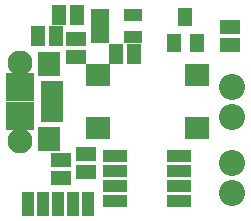
<source format=gts>
G04 (created by PCBNEW (2013-mar-13)-testing) date Thu 17 Oct 2013 10:30:57 PM EDT*
%MOIN*%
G04 Gerber Fmt 3.4, Leading zero omitted, Abs format*
%FSLAX34Y34*%
G01*
G70*
G90*
G04 APERTURE LIST*
%ADD10C,0.005906*%
%ADD11R,0.065000X0.045000*%
%ADD12R,0.045000X0.065000*%
%ADD13C,0.086900*%
%ADD14R,0.051500X0.059400*%
%ADD15R,0.083000X0.075100*%
%ADD16R,0.063300X0.043600*%
%ADD17R,0.081024X0.043622*%
%ADD18R,0.043622X0.081024*%
%ADD19R,0.073100X0.035700*%
%ADD20R,0.075100X0.083000*%
%ADD21R,0.094800X0.094800*%
%ADD22C,0.083000*%
G04 APERTURE END LIST*
G54D10*
G54D11*
X56300Y-37500D03*
X56300Y-36900D03*
X56650Y-41350D03*
X56650Y-40750D03*
G54D12*
X55050Y-36800D03*
X55650Y-36800D03*
G54D13*
X61500Y-41050D03*
X61500Y-42050D03*
X61500Y-38500D03*
X61500Y-39500D03*
G54D14*
X59950Y-36167D03*
X60325Y-37033D03*
X59575Y-37033D03*
G54D12*
X55750Y-36100D03*
X56350Y-36100D03*
X58250Y-37400D03*
X57650Y-37400D03*
G54D11*
X55800Y-41550D03*
X55800Y-40950D03*
X61450Y-37100D03*
X61450Y-36500D03*
G54D15*
X60354Y-39886D03*
X57046Y-39886D03*
X60354Y-38114D03*
X57046Y-38114D03*
G54D16*
X57100Y-36100D03*
X57100Y-36474D03*
X57100Y-36848D03*
X58202Y-36848D03*
X58202Y-36100D03*
G54D17*
X57600Y-40800D03*
X57600Y-41300D03*
X57600Y-41800D03*
X57600Y-42300D03*
X59725Y-42300D03*
X59725Y-41800D03*
X59725Y-41300D03*
X59725Y-40800D03*
G54D18*
X56700Y-42400D03*
X56200Y-42400D03*
X55700Y-42400D03*
X55200Y-42400D03*
X54700Y-42400D03*
G54D19*
X55500Y-38488D03*
X55500Y-38744D03*
X55500Y-39000D03*
X55500Y-39256D03*
X55500Y-39512D03*
G54D20*
X55421Y-37740D03*
X55421Y-40260D03*
G54D21*
X54447Y-39472D03*
X54447Y-38528D03*
G54D22*
X54447Y-40299D03*
X54447Y-37701D03*
M02*

</source>
